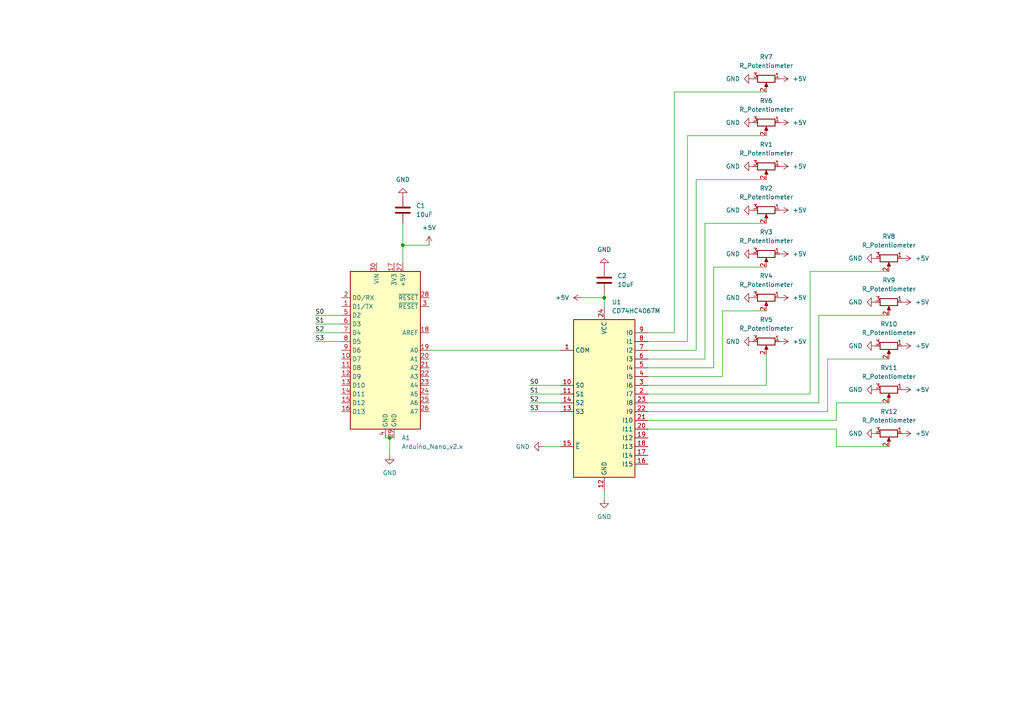
<source format=kicad_sch>
(kicad_sch (version 20231120) (generator "eeschema") (generator_version "8.0")
  (paper "A4")
  (lib_symbols
    (symbol "74xx:CD74HC4067M"
      (property "Reference" "U" (at -8.89 22.86 0))
      (property "Value" "CD74HC4067M" (at 1.27 22.86 0))
      (symbol "CD74HC4067M_0_1"
        (rectangle (start -8.89 21.59) (end 8.89 -24.13) (stroke (width 0.254)) (fill (type background)))
      )
      (symbol "CD74HC4067M_1_1"
        (pin passive line (at -12.7 12.7 0) (length 3.81) (name "COM") (number "1"))
        (pin input line (at -12.7 2.54 0) (length 3.81) (name "S0") (number "10"))
        (pin input line (at -12.7 0 0) (length 3.81) (name "S1") (number "11"))
        (pin power_in line (at 0 -27.94 90) (length 3.81) (name "GND") (number "12"))
        (pin input line (at -12.7 -5.08 0) (length 3.81) (name "S3") (number "13"))
        (pin input line (at -12.7 -2.54 0) (length 3.81) (name "S2") (number "14"))
        (pin input line (at -12.7 -15.24 0) (length 3.81) (name "~{E}") (number "15"))
        (pin passive line (at 12.7 -20.32 180) (length 3.81) (name "I15") (number "16"))
        (pin passive line (at 12.7 -17.78 180) (length 3.81) (name "I14") (number "17"))
        (pin passive line (at 12.7 -15.24 180) (length 3.81) (name "I13") (number "18"))
        (pin passive line (at 12.7 -12.7 180) (length 3.81) (name "I12") (number "19"))
        (pin passive line (at 12.7 0 180) (length 3.81) (name "I7") (number "2"))
        (pin passive line (at 12.7 -10.16 180) (length 3.81) (name "I11") (number "20"))
        (pin passive line (at 12.7 -7.62 180) (length 3.81) (name "I10") (number "21"))
        (pin passive line (at 12.7 -5.08 180) (length 3.81) (name "I9") (number "22"))
        (pin passive line (at 12.7 -2.54 180) (length 3.81) (name "I8") (number "23"))
        (pin power_in line (at 0 25.4 270) (length 3.81) (name "VCC") (number "24"))
        (pin passive line (at 12.7 2.54 180) (length 3.81) (name "I6") (number "3"))
        (pin passive line (at 12.7 5.08 180) (length 3.81) (name "I5") (number "4"))
        (pin passive line (at 12.7 7.62 180) (length 3.81) (name "I4") (number "5"))
        (pin passive line (at 12.7 10.16 180) (length 3.81) (name "I3") (number "6"))
        (pin passive line (at 12.7 12.7 180) (length 3.81) (name "I2") (number "7"))
        (pin passive line (at 12.7 15.24 180) (length 3.81) (name "I1") (number "8"))
        (pin passive line (at 12.7 17.78 180) (length 3.81) (name "I0") (number "9"))
      )
    )
    (symbol "Device:C" (pin_numbers hide) (pin_names (offset 0.254))
      (property "Reference" "C" (at 0.635 2.54 0))
      (property "Value" "C" (at 0.635 -2.54 0))
      (symbol "C_0_1"
        (polyline (pts (xy -2.032 -0.762) (xy 2.032 -0.762)) (stroke (width 0.508)))
        (polyline (pts (xy -2.032 0.762) (xy 2.032 0.762)) (stroke (width 0.508)))
      )
      (symbol "C_1_1"
        (pin passive line (at 0 3.81 270) (length 2.794) (name "~") (number "1"))
        (pin passive line (at 0 -3.81 90) (length 2.794) (name "~") (number "2"))
      )
    )
    (symbol "Device:R_Potentiometer" (pin_names (offset 1.016) hide)
      (property "Reference" "RV" (at -4.445 0 90))
      (property "Value" "R_Potentiometer" (at -2.54 0 90))
      (symbol "R_Potentiometer_0_1"
        (polyline (pts (xy 2.54 0) (xy 1.524 0)))
        (polyline (pts (xy 1.143 0) (xy 2.286 0.508) (xy 2.286 -0.508) (xy 1.143 0)) (fill (type outline)))
        (rectangle (start 1.016 2.54) (end -1.016 -2.54) (stroke (width 0.254)))
      )
      (symbol "R_Potentiometer_1_1"
        (pin passive line (at 0 3.81 270) (length 1.27) (name "1") (number "1"))
        (pin passive line (at 3.81 0 180) (length 1.27) (name "2") (number "2"))
        (pin passive line (at 0 -3.81 90) (length 1.27) (name "3") (number "3"))
      )
    )
    (symbol "MCU_Module:Arduino_Nano_v2.x"
      (property "Reference" "A" (at -10.16 23.495 0))
      (property "Value" "Arduino_Nano_v2.x" (at 5.08 -24.13 0))
      (symbol "Arduino_Nano_v2.x_0_1"
        (rectangle (start -10.16 22.86) (end 10.16 -22.86) (stroke (width 0.254)) (fill (type background)))
      )
      (symbol "Arduino_Nano_v2.x_1_1"
        (pin bidirectional line (at -12.7 12.7 0) (length 2.54) (name "D1/TX") (number "1"))
        (pin bidirectional line (at -12.7 -2.54 0) (length 2.54) (name "D7") (number "10"))
        (pin bidirectional line (at -12.7 -5.08 0) (length 2.54) (name "D8") (number "11"))
        (pin bidirectional line (at -12.7 -7.62 0) (length 2.54) (name "D9") (number "12"))
        (pin bidirectional line (at -12.7 -10.16 0) (length 2.54) (name "D10") (number "13"))
        (pin bidirectional line (at -12.7 -12.7 0) (length 2.54) (name "D11") (number "14"))
        (pin bidirectional line (at -12.7 -15.24 0) (length 2.54) (name "D12") (number "15"))
        (pin bidirectional line (at -12.7 -17.78 0) (length 2.54) (name "D13") (number "16"))
        (pin power_out line (at 2.54 25.4 270) (length 2.54) (name "3V3") (number "17"))
        (pin input line (at 12.7 5.08 180) (length 2.54) (name "AREF") (number "18"))
        (pin bidirectional line (at 12.7 0 180) (length 2.54) (name "A0") (number "19"))
        (pin bidirectional line (at -12.7 15.24 0) (length 2.54) (name "D0/RX") (number "2"))
        (pin bidirectional line (at 12.7 -2.54 180) (length 2.54) (name "A1") (number "20"))
        (pin bidirectional line (at 12.7 -5.08 180) (length 2.54) (name "A2") (number "21"))
        (pin bidirectional line (at 12.7 -7.62 180) (length 2.54) (name "A3") (number "22"))
        (pin bidirectional line (at 12.7 -10.16 180) (length 2.54) (name "A4") (number "23"))
        (pin bidirectional line (at 12.7 -12.7 180) (length 2.54) (name "A5") (number "24"))
        (pin bidirectional line (at 12.7 -15.24 180) (length 2.54) (name "A6") (number "25"))
        (pin bidirectional line (at 12.7 -17.78 180) (length 2.54) (name "A7") (number "26"))
        (pin power_out line (at 5.08 25.4 270) (length 2.54) (name "+5V") (number "27"))
        (pin input line (at 12.7 15.24 180) (length 2.54) (name "~{RESET}") (number "28"))
        (pin power_in line (at 2.54 -25.4 90) (length 2.54) (name "GND") (number "29"))
        (pin input line (at 12.7 12.7 180) (length 2.54) (name "~{RESET}") (number "3"))
        (pin power_in line (at -2.54 25.4 270) (length 2.54) (name "VIN") (number "30"))
        (pin power_in line (at 0 -25.4 90) (length 2.54) (name "GND") (number "4"))
        (pin bidirectional line (at -12.7 10.16 0) (length 2.54) (name "D2") (number "5"))
        (pin bidirectional line (at -12.7 7.62 0) (length 2.54) (name "D3") (number "6"))
        (pin bidirectional line (at -12.7 5.08 0) (length 2.54) (name "D4") (number "7"))
        (pin bidirectional line (at -12.7 2.54 0) (length 2.54) (name "D5") (number "8"))
        (pin bidirectional line (at -12.7 0 0) (length 2.54) (name "D6") (number "9"))
      )
    )
    (symbol "power:+5V" (power) (pin_numbers hide) (pin_names (offset 0) hide)
      (property "Value" "+5V" (at 0 3.556 0))
      (symbol "+5V_0_1"
        (polyline (pts (xy -0.762 1.27) (xy 0 2.54)))
        (polyline (pts (xy 0 0) (xy 0 2.54)))
        (polyline (pts (xy 0 2.54) (xy 0.762 1.27)))
      )
      (symbol "+5V_1_1"
        (pin power_in line (at 0 0 90) (length 0) (name "~") (number "1"))
      )
    )
    (symbol "power:GND" (power) (pin_numbers hide) (pin_names (offset 0) hide)
      (property "Value" "GND" (at 0 -3.81 0))
      (symbol "GND_0_1"
        (polyline (pts (xy 0 0) (xy 0 -1.27) (xy 1.27 -1.27) (xy 0 -2.54) (xy -1.27 -1.27) (xy 0 -1.27)))
      )
      (symbol "GND_1_1"
        (pin power_in line (at 0 0 270) (length 0) (name "~") (number "1"))
      )
    )
  )
  (junction (at 175.26 86.36))
  (junction (at 113.03 127))
  (junction (at 116.84 71.12))
  (wire (pts (xy 187.96 114.3) (xy 234.95 114.3)))
  (wire (pts (xy 124.46 71.12) (xy 116.84 71.12)))
  (wire (pts (xy 234.95 78.74) (xy 257.81 78.74)))
  (wire (pts (xy 116.84 71.12) (xy 116.84 76.2)))
  (wire (pts (xy 187.96 99.06) (xy 199.39 99.06)))
  (wire (pts (xy 91.44 99.06) (xy 99.06 99.06)))
  (wire (pts (xy 91.44 96.52) (xy 99.06 96.52)))
  (wire (pts (xy 242.57 116.84) (xy 257.81 116.84)))
  (wire (pts (xy 124.46 101.6) (xy 162.56 101.6)))
  (wire (pts (xy 240.03 104.14) (xy 257.81 104.14)))
  (wire (pts (xy 153.67 116.84) (xy 162.56 116.84)))
  (wire (pts (xy 237.49 116.84) (xy 237.49 91.44)))
  (wire (pts (xy 240.03 119.38) (xy 240.03 104.14)))
  (wire (pts (xy 157.48 129.54) (xy 162.56 129.54)))
  (wire (pts (xy 237.49 91.44) (xy 257.81 91.44)))
  (wire (pts (xy 175.26 142.24) (xy 175.26 144.78)))
  (wire (pts (xy 209.55 109.22) (xy 209.55 90.17)))
  (wire (pts (xy 187.96 116.84) (xy 237.49 116.84)))
  (wire (pts (xy 91.44 93.98) (xy 99.06 93.98)))
  (wire (pts (xy 187.96 101.6) (xy 201.93 101.6)))
  (wire (pts (xy 195.58 26.67) (xy 222.25 26.67)))
  (wire (pts (xy 222.25 111.76) (xy 222.25 102.87)))
  (wire (pts (xy 242.57 129.54) (xy 257.81 129.54)))
  (wire (pts (xy 209.55 90.17) (xy 222.25 90.17)))
  (wire (pts (xy 187.96 106.68) (xy 207.01 106.68)))
  (wire (pts (xy 153.67 119.38) (xy 162.56 119.38)))
  (wire (pts (xy 116.84 64.77) (xy 116.84 71.12)))
  (wire (pts (xy 175.26 86.36) (xy 175.26 88.9)))
  (wire (pts (xy 234.95 114.3) (xy 234.95 78.74)))
  (wire (pts (xy 195.58 96.52) (xy 195.58 26.67)))
  (wire (pts (xy 187.96 121.92) (xy 242.57 121.92)))
  (wire (pts (xy 187.96 96.52) (xy 195.58 96.52)))
  (wire (pts (xy 187.96 124.46) (xy 242.57 124.46)))
  (wire (pts (xy 201.93 52.07) (xy 222.25 52.07)))
  (wire (pts (xy 199.39 99.06) (xy 199.39 39.37)))
  (wire (pts (xy 187.96 104.14) (xy 204.47 104.14)))
  (wire (pts (xy 91.44 91.44) (xy 99.06 91.44)))
  (wire (pts (xy 187.96 109.22) (xy 209.55 109.22)))
  (wire (pts (xy 204.47 104.14) (xy 204.47 64.77)))
  (wire (pts (xy 153.67 111.76) (xy 162.56 111.76)))
  (wire (pts (xy 207.01 77.47) (xy 222.25 77.47)))
  (wire (pts (xy 175.26 85.09) (xy 175.26 86.36)))
  (wire (pts (xy 111.76 127) (xy 113.03 127)))
  (wire (pts (xy 168.91 86.36) (xy 175.26 86.36)))
  (wire (pts (xy 153.67 114.3) (xy 162.56 114.3)))
  (wire (pts (xy 187.96 111.76) (xy 222.25 111.76)))
  (wire (pts (xy 242.57 121.92) (xy 242.57 116.84)))
  (wire (pts (xy 242.57 124.46) (xy 242.57 129.54)))
  (wire (pts (xy 199.39 39.37) (xy 222.25 39.37)))
  (wire (pts (xy 204.47 64.77) (xy 222.25 64.77)))
  (wire (pts (xy 113.03 127) (xy 113.03 132.08)))
  (wire (pts (xy 207.01 106.68) (xy 207.01 77.47)))
  (wire (pts (xy 187.96 119.38) (xy 240.03 119.38)))
  (wire (pts (xy 201.93 101.6) (xy 201.93 52.07)))
  (wire (pts (xy 113.03 127) (xy 114.3 127)))
  (label "S0" (at 153.67 111.76 0))
  (label "S1" (at 91.44 93.98 0))
  (label "S2" (at 153.67 116.84 0))
  (label "S2" (at 91.44 96.52 0))
  (label "S3" (at 91.44 99.06 0))
  (label "S0" (at 91.44 91.44 0))
  (label "S1" (at 153.67 114.3 0))
  (label "S3" (at 153.67 119.38 0))
  (symbol (lib_id "power:GND") (at 254 100.33 270) (unit 1)
    (property "Reference" "#PWR024" (effects (hide yes)))
    (property "Value" "GND" (at 250.19 100.3299 90) (effects (justify right)))
    (property "Description" "Power symbol creates a global label with name \"GND\" , ground" (effects (hide yes)))
  )
  (symbol (lib_id "power:+5V") (at 261.62 100.33 270) (unit 1)
    (property "Reference" "#PWR031" (effects (hide yes)))
    (property "Value" "+5V" (at 265.43 100.3299 90) (effects (justify left)))
    (property "Description" "Power symbol creates a global label with name \"+5V\"" (effects (hide yes)))
  )
  (symbol (lib_id "power:+5V") (at 226.06 86.36 270) (unit 1)
    (property "Reference" "#PWR015" (effects (hide yes)))
    (property "Value" "+5V" (at 229.87 86.3599 90) (effects (justify left)))
    (property "Description" "Power symbol creates a global label with name \"+5V\"" (effects (hide yes)))
  )
  (symbol (lib_id "Device:R_Potentiometer") (at 222.25 22.86 270) (unit 1)
    (property "Reference" "RV7" (at 222.25 16.51 90))
    (property "Value" "R_Potentiometer" (at 222.25 19.05 90))
    (property "Footprint" "Potentiometer_THT:Potentiometer_Alpha_RD902F-40-00D_Dual_Vertical" (effects (hide yes)))
    (property "Description" "Potentiometer" (effects (hide yes)))
  )
  (symbol (lib_id "MCU_Module:Arduino_Nano_v2.x") (at 111.76 101.6 0) (unit 1)
    (property "Reference" "A1" (at 116.4941 127 0) (effects (justify left)))
    (property "Value" "Arduino_Nano_v2.x" (at 116.4941 129.54 0) (effects (justify left)))
    (property "Footprint" "Module:Arduino_Nano" (effects (hide yes)))
    (property "Datasheet" "https://www.arduino.cc/en/uploads/Main/ArduinoNanoManual23.pdf" (effects (hide yes)))
    (property "Description" "Arduino Nano v2.x" (effects (hide yes)))
  )
  (symbol (lib_id "power:GND") (at 254 74.93 270) (unit 1)
    (property "Reference" "#PWR022" (effects (hide yes)))
    (property "Value" "GND" (at 250.19 74.9299 90) (effects (justify right)))
    (property "Description" "Power symbol creates a global label with name \"GND\" , ground" (effects (hide yes)))
  )
  (symbol (lib_id "power:GND") (at 254 125.73 270) (unit 1)
    (property "Reference" "#PWR026" (effects (hide yes)))
    (property "Value" "GND" (at 250.19 125.7299 90) (effects (justify right)))
    (property "Description" "Power symbol creates a global label with name \"GND\" , ground" (effects (hide yes)))
  )
  (symbol (lib_id "power:+5V") (at 261.62 113.03 270) (unit 1)
    (property "Reference" "#PWR032" (effects (hide yes)))
    (property "Value" "+5V" (at 265.43 113.0299 90) (effects (justify left)))
    (property "Description" "Power symbol creates a global label with name \"+5V\"" (effects (hide yes)))
  )
  (symbol (lib_id "power:+5V") (at 226.06 48.26 270) (unit 1)
    (property "Reference" "#PWR08" (effects (hide yes)))
    (property "Value" "+5V" (at 229.87 48.2599 90) (effects (justify left)))
    (property "Description" "Power symbol creates a global label with name \"+5V\"" (effects (hide yes)))
  )
  (symbol (lib_id "Device:R_Potentiometer") (at 222.25 35.56 270) (unit 1)
    (property "Reference" "RV6" (at 222.25 29.21 90))
    (property "Value" "R_Potentiometer" (at 222.25 31.75 90))
    (property "Footprint" "Potentiometer_THT:Potentiometer_Alpha_RD902F-40-00D_Dual_Vertical" (effects (hide yes)))
    (property "Description" "Potentiometer" (effects (hide yes)))
  )
  (symbol (lib_id "Device:R_Potentiometer") (at 222.25 86.36 270) (unit 1)
    (property "Reference" "RV4" (at 222.25 80.01 90))
    (property "Value" "R_Potentiometer" (at 222.25 82.55 90))
    (property "Footprint" "Potentiometer_THT:Potentiometer_Alpha_RD902F-40-00D_Dual_Vertical" (effects (hide yes)))
    (property "Description" "Potentiometer" (effects (hide yes)))
  )
  (symbol (lib_id "power:+5V") (at 168.91 86.36 90) (unit 1)
    (property "Reference" "#PWR07" (effects (hide yes)))
    (property "Value" "+5V" (at 165.1 86.3599 90) (effects (justify left)))
    (property "Description" "Power symbol creates a global label with name \"+5V\"" (effects (hide yes)))
  )
  (symbol (lib_id "power:+5V") (at 261.62 125.73 270) (unit 1)
    (property "Reference" "#PWR033" (effects (hide yes)))
    (property "Value" "+5V" (at 265.43 125.7299 90) (effects (justify left)))
    (property "Description" "Power symbol creates a global label with name \"+5V\"" (effects (hide yes)))
  )
  (symbol (lib_id "power:GND") (at 218.44 86.36 270) (unit 1)
    (property "Reference" "#PWR014" (effects (hide yes)))
    (property "Value" "GND" (at 214.63 86.3599 90) (effects (justify right)))
    (property "Description" "Power symbol creates a global label with name \"GND\" , ground" (effects (hide yes)))
  )
  (symbol (lib_id "74xx:CD74HC4067M") (at 175.26 114.3 0) (unit 1)
    (property "Reference" "U1" (at 177.4541 87.63 0) (effects (justify left)))
    (property "Value" "CD74HC4067M" (at 177.4541 90.17 0) (effects (justify left)))
    (property "Footprint" "Package_SO:SOIC-24W_7.5x15.4mm_P1.27mm" (effects (hide yes)))
    (property "Datasheet" "http://www.ti.com/lit/ds/symlink/cd74hc4067.pdf" (effects (hide yes)))
    (property "Description" "High-Speed CMOS Logic 16-Channel Analog Multiplexer/Demultiplexer, SOIC-24" (effects (hide yes)))
  )
  (symbol (lib_id "power:GND") (at 116.84 57.15 180) (unit 1)
    (property "Reference" "#PWR01" (effects (hide yes)))
    (property "Value" "GND" (at 116.84 52.07 0))
    (property "Description" "Power symbol creates a global label with name \"GND\" , ground" (effects (hide yes)))
  )
  (symbol (lib_id "power:GND") (at 175.26 77.47 180) (unit 1)
    (property "Reference" "#PWR02" (effects (hide yes)))
    (property "Value" "GND" (at 175.26 72.39 0))
    (property "Description" "Power symbol creates a global label with name \"GND\" , ground" (effects (hide yes)))
  )
  (symbol (lib_id "Device:C") (at 116.84 60.96 0) (unit 1)
    (property "Reference" "C1" (at 120.65 59.6899 0) (effects (justify left)))
    (property "Value" "10uF" (at 120.65 62.2299 0) (effects (justify left)))
    (property "Footprint" "Capacitor_SMD:C_0603_1608Metric_Pad1.08x0.95mm_HandSolder" (effects (hide yes)))
    (property "Description" "Unpolarized capacitor" (effects (hide yes)))
  )
  (symbol (lib_id "power:GND") (at 218.44 73.66 270) (unit 1)
    (property "Reference" "#PWR012" (effects (hide yes)))
    (property "Value" "GND" (at 214.63 73.6599 90) (effects (justify right)))
    (property "Description" "Power symbol creates a global label with name \"GND\" , ground" (effects (hide yes)))
  )
  (symbol (lib_id "Device:R_Potentiometer") (at 257.81 100.33 270) (unit 1)
    (property "Reference" "RV10" (at 257.81 93.98 90))
    (property "Value" "R_Potentiometer" (at 257.81 96.52 90))
    (property "Footprint" "Potentiometer_THT:Potentiometer_Alpha_RD902F-40-00D_Dual_Vertical" (effects (hide yes)))
    (property "Description" "Potentiometer" (effects (hide yes)))
  )
  (symbol (lib_id "Device:C") (at 175.26 81.28 0) (unit 1)
    (property "Reference" "C2" (at 179.07 80.0099 0) (effects (justify left)))
    (property "Value" "10uF" (at 179.07 82.5499 0) (effects (justify left)))
    (property "Footprint" "Capacitor_SMD:C_0603_1608Metric_Pad1.08x0.95mm_HandSolder" (effects (hide yes)))
    (property "Description" "Unpolarized capacitor" (effects (hide yes)))
  )
  (symbol (lib_id "power:GND") (at 218.44 48.26 270) (unit 1)
    (property "Reference" "#PWR09" (effects (hide yes)))
    (property "Value" "GND" (at 214.63 48.2599 90) (effects (justify right)))
    (property "Description" "Power symbol creates a global label with name \"GND\" , ground" (effects (hide yes)))
  )
  (symbol (lib_id "Device:R_Potentiometer") (at 257.81 113.03 270) (unit 1)
    (property "Reference" "RV11" (at 257.81 106.68 90))
    (property "Value" "R_Potentiometer" (at 257.81 109.22 90))
    (property "Footprint" "Potentiometer_THT:Potentiometer_Alpha_RD902F-40-00D_Dual_Vertical" (effects (hide yes)))
    (property "Description" "Potentiometer" (effects (hide yes)))
  )
  (symbol (lib_id "power:+5V") (at 261.62 87.63 270) (unit 1)
    (property "Reference" "#PWR030" (effects (hide yes)))
    (property "Value" "+5V" (at 265.43 87.6299 90) (effects (justify left)))
    (property "Description" "Power symbol creates a global label with name \"+5V\"" (effects (hide yes)))
  )
  (symbol (lib_id "power:+5V") (at 226.06 99.06 270) (unit 1)
    (property "Reference" "#PWR017" (effects (hide yes)))
    (property "Value" "+5V" (at 229.87 99.0599 90) (effects (justify left)))
    (property "Description" "Power symbol creates a global label with name \"+5V\"" (effects (hide yes)))
  )
  (symbol (lib_id "power:GND") (at 157.48 129.54 270) (unit 1)
    (property "Reference" "#PWR05" (effects (hide yes)))
    (property "Value" "GND" (at 153.67 129.5399 90) (effects (justify right)))
    (property "Description" "Power symbol creates a global label with name \"GND\" , ground" (effects (hide yes)))
  )
  (symbol (lib_id "power:GND") (at 254 113.03 270) (unit 1)
    (property "Reference" "#PWR025" (effects (hide yes)))
    (property "Value" "GND" (at 250.19 113.0299 90) (effects (justify right)))
    (property "Description" "Power symbol creates a global label with name \"GND\" , ground" (effects (hide yes)))
  )
  (symbol (lib_id "Device:R_Potentiometer") (at 257.81 87.63 270) (unit 1)
    (property "Reference" "RV9" (at 257.81 81.28 90))
    (property "Value" "R_Potentiometer" (at 257.81 83.82 90))
    (property "Footprint" "Potentiometer_THT:Potentiometer_Alpha_RD902F-40-00D_Dual_Vertical" (effects (hide yes)))
    (property "Description" "Potentiometer" (effects (hide yes)))
  )
  (symbol (lib_id "Device:R_Potentiometer") (at 222.25 99.06 270) (unit 1)
    (property "Reference" "RV5" (at 222.25 92.71 90))
    (property "Value" "R_Potentiometer" (at 222.25 95.25 90))
    (property "Footprint" "Potentiometer_THT:Potentiometer_Alpha_RD902F-40-00D_Dual_Vertical" (effects (hide yes)))
    (property "Description" "Potentiometer" (effects (hide yes)))
  )
  (symbol (lib_id "power:+5V") (at 226.06 35.56 270) (unit 1)
    (property "Reference" "#PWR019" (effects (hide yes)))
    (property "Value" "+5V" (at 229.87 35.5599 90) (effects (justify left)))
    (property "Description" "Power symbol creates a global label with name \"+5V\"" (effects (hide yes)))
  )
  (symbol (lib_id "power:+5V") (at 124.46 71.12 0) (unit 1)
    (property "Reference" "#PWR06" (effects (hide yes)))
    (property "Value" "+5V" (at 124.46 66.04 0))
    (property "Description" "Power symbol creates a global label with name \"+5V\"" (effects (hide yes)))
  )
  (symbol (lib_id "power:GND") (at 175.26 144.78 0) (unit 1)
    (property "Reference" "#PWR04" (effects (hide yes)))
    (property "Value" "GND" (at 175.26 149.86 0))
    (property "Description" "Power symbol creates a global label with name \"GND\" , ground" (effects (hide yes)))
  )
  (symbol (lib_id "Device:R_Potentiometer") (at 257.81 125.73 270) (unit 1)
    (property "Reference" "RV12" (at 257.81 119.38 90))
    (property "Value" "R_Potentiometer" (at 257.81 121.92 90))
    (property "Footprint" "Potentiometer_THT:Potentiometer_Alpha_RD902F-40-00D_Dual_Vertical" (effects (hide yes)))
    (property "Description" "Potentiometer" (effects (hide yes)))
  )
  (symbol (lib_id "power:+5V") (at 226.06 22.86 270) (unit 1)
    (property "Reference" "#PWR021" (effects (hide yes)))
    (property "Value" "+5V" (at 229.87 22.8599 90) (effects (justify left)))
    (property "Description" "Power symbol creates a global label with name \"+5V\"" (effects (hide yes)))
  )
  (symbol (lib_id "power:GND") (at 218.44 60.96 270) (unit 1)
    (property "Reference" "#PWR010" (effects (hide yes)))
    (property "Value" "GND" (at 214.63 60.9599 90) (effects (justify right)))
    (property "Description" "Power symbol creates a global label with name \"GND\" , ground" (effects (hide yes)))
  )
  (symbol (lib_id "power:+5V") (at 261.62 74.93 270) (unit 1)
    (property "Reference" "#PWR029" (effects (hide yes)))
    (property "Value" "+5V" (at 265.43 74.9299 90) (effects (justify left)))
    (property "Description" "Power symbol creates a global label with name \"+5V\"" (effects (hide yes)))
  )
  (symbol (lib_id "Device:R_Potentiometer") (at 257.81 74.93 270) (unit 1)
    (property "Reference" "RV8" (at 257.81 68.58 90))
    (property "Value" "R_Potentiometer" (at 257.81 71.12 90))
    (property "Footprint" "Potentiometer_THT:Potentiometer_Alpha_RD902F-40-00D_Dual_Vertical" (effects (hide yes)))
    (property "Description" "Potentiometer" (effects (hide yes)))
  )
  (symbol (lib_id "power:+5V") (at 226.06 73.66 270) (unit 1)
    (property "Reference" "#PWR013" (effects (hide yes)))
    (property "Value" "+5V" (at 229.87 73.6599 90) (effects (justify left)))
    (property "Description" "Power symbol creates a global label with name \"+5V\"" (effects (hide yes)))
  )
  (symbol (lib_id "Device:R_Potentiometer") (at 222.25 73.66 270) (unit 1)
    (property "Reference" "RV3" (at 222.25 67.31 90))
    (property "Value" "R_Potentiometer" (at 222.25 69.85 90))
    (property "Footprint" "Potentiometer_THT:Potentiometer_Alpha_RD902F-40-00D_Dual_Vertical" (effects (hide yes)))
    (property "Description" "Potentiometer" (effects (hide yes)))
  )
  (symbol (lib_id "power:GND") (at 218.44 22.86 270) (unit 1)
    (property "Reference" "#PWR020" (effects (hide yes)))
    (property "Value" "GND" (at 214.63 22.8599 90) (effects (justify right)))
    (property "Description" "Power symbol creates a global label with name \"GND\" , ground" (effects (hide yes)))
  )
  (symbol (lib_id "power:GND") (at 113.03 132.08 0) (unit 1)
    (property "Reference" "#PWR03" (effects (hide yes)))
    (property "Value" "GND" (at 113.03 137.16 0))
    (property "Description" "Power symbol creates a global label with name \"GND\" , ground" (effects (hide yes)))
  )
  (symbol (lib_id "power:GND") (at 218.44 99.06 270) (unit 1)
    (property "Reference" "#PWR016" (effects (hide yes)))
    (property "Value" "GND" (at 214.63 99.0599 90) (effects (justify right)))
    (property "Description" "Power symbol creates a global label with name \"GND\" , ground" (effects (hide yes)))
  )
  (symbol (lib_id "power:+5V") (at 226.06 60.96 270) (unit 1)
    (property "Reference" "#PWR011" (effects (hide yes)))
    (property "Value" "+5V" (at 229.87 60.9599 90) (effects (justify left)))
    (property "Description" "Power symbol creates a global label with name \"+5V\"" (effects (hide yes)))
  )
  (symbol (lib_id "power:GND") (at 218.44 35.56 270) (unit 1)
    (property "Reference" "#PWR018" (effects (hide yes)))
    (property "Value" "GND" (at 214.63 35.5599 90) (effects (justify right)))
    (property "Description" "Power symbol creates a global label with name \"GND\" , ground" (effects (hide yes)))
  )
  (symbol (lib_id "Device:R_Potentiometer") (at 222.25 48.26 270) (unit 1)
    (property "Reference" "RV1" (at 222.25 41.91 90))
    (property "Value" "R_Potentiometer" (at 222.25 44.45 90))
    (property "Footprint" "Potentiometer_THT:Potentiometer_Alpha_RD902F-40-00D_Dual_Vertical" (effects (hide yes)))
    (property "Description" "Potentiometer" (effects (hide yes)))
  )
  (symbol (lib_id "power:GND") (at 254 87.63 270) (unit 1)
    (property "Reference" "#PWR023" (effects (hide yes)))
    (property "Value" "GND" (at 250.19 87.6299 90) (effects (justify right)))
    (property "Description" "Power symbol creates a global label with name \"GND\" , ground" (effects (hide yes)))
  )
  (symbol (lib_id "Device:R_Potentiometer") (at 222.25 60.96 270) (unit 1)
    (property "Reference" "RV2" (at 222.25 54.61 90))
    (property "Value" "R_Potentiometer" (at 222.25 57.15 90))
    (property "Footprint" "Potentiometer_THT:Potentiometer_Alpha_RD902F-40-00D_Dual_Vertical" (effects (hide yes)))
    (property "Description" "Potentiometer" (effects (hide yes)))
  )
)
</source>
